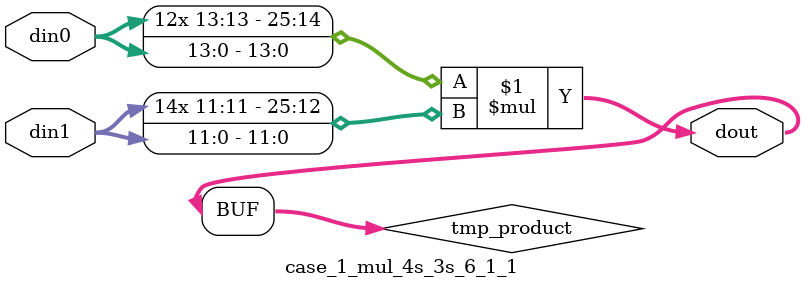
<source format=v>

`timescale 1 ns / 1 ps

 module case_1_mul_4s_3s_6_1_1(din0, din1, dout);
parameter ID = 1;
parameter NUM_STAGE = 0;
parameter din0_WIDTH = 14;
parameter din1_WIDTH = 12;
parameter dout_WIDTH = 26;

input [din0_WIDTH - 1 : 0] din0; 
input [din1_WIDTH - 1 : 0] din1; 
output [dout_WIDTH - 1 : 0] dout;

wire signed [dout_WIDTH - 1 : 0] tmp_product;



























assign tmp_product = $signed(din0) * $signed(din1);








assign dout = tmp_product;





















endmodule

</source>
